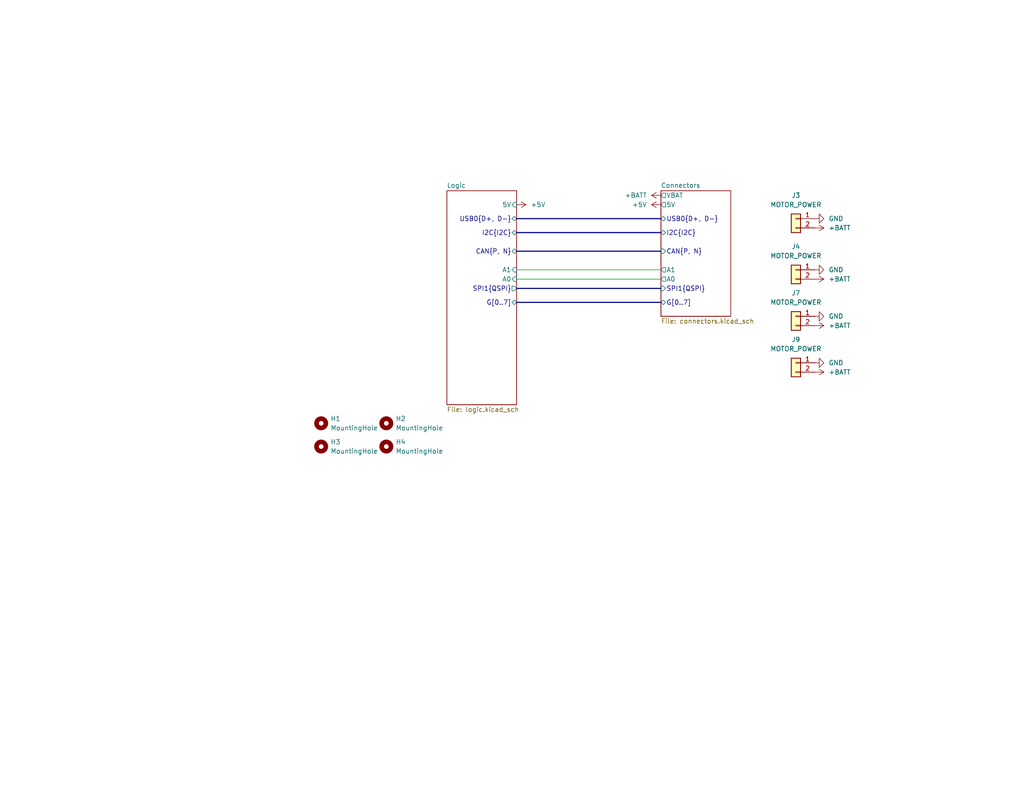
<source format=kicad_sch>
(kicad_sch (version 20250114) (generator "eeschema") (generator_version "9.0")
  (paper "USLetter")
  (title_block (rev "1") (comment 1 "Design for JLCPCB 1-2 Layer Service"))
  (lib_symbols
    (symbol "Connector_Generic:Conn_01x02" (pin_names (offset 1.016) (hide yes))
      (property "Reference" "J" (at 0 2.54 0))
      (property "Value" "Conn_01x02" (at 0 -5.08 0))
      (symbol "Conn_01x02_1_1"
        (rectangle (start -1.27 1.27) (end 1.27 -3.81) (stroke (width 0.254)) (fill (type background)))
        (rectangle (start -1.27 0.127) (end 0 -0.127) (stroke (width 0.1524)))
        (rectangle (start -1.27 -2.413) (end 0 -2.667) (stroke (width 0.1524)))
        (pin passive line (at -5.08 0 0) (length 3.81) (name "Pin_1") (number "1"))
        (pin passive line (at -5.08 -2.54 0) (length 3.81) (name "Pin_2") (number "2"))
      )
    )
    (symbol "Mechanical:MountingHole" (pin_names (offset 1.016)) (exclude_from_sim yes) (in_bom no)
      (property "Reference" "H" (at 0 5.08 0))
      (property "Value" "MountingHole" (at 0 3.175 0))
      (symbol "MountingHole_0_1"
        (circle (center 0 0) (radius 1.27) (stroke (width 1.27)))
      )
    )
    (symbol "power:+5V" (power) (pin_numbers (hide yes)) (pin_names (offset 0) (hide yes))
      (property "Value" "+5V" (at 0 3.556 0))
      (symbol "+5V_0_1"
        (polyline (pts (xy -0.762 1.27) (xy 0 2.54)))
        (polyline (pts (xy 0 2.54) (xy 0.762 1.27)))
        (polyline (pts (xy 0 0) (xy 0 2.54)))
      )
      (symbol "+5V_1_1"
        (pin power_in line (at 0 0 90) (length 0) (name "~") (number "1"))
      )
    )
    (symbol "power:+BATT" (power) (pin_numbers (hide yes)) (pin_names (offset 0) (hide yes))
      (property "Value" "+BATT" (at 0 3.556 0))
      (symbol "+BATT_0_1"
        (polyline (pts (xy -0.762 1.27) (xy 0 2.54)))
        (polyline (pts (xy 0 2.54) (xy 0.762 1.27)))
        (polyline (pts (xy 0 0) (xy 0 2.54)))
      )
      (symbol "+BATT_1_1"
        (pin power_in line (at 0 0 90) (length 0) (name "~") (number "1"))
      )
    )
    (symbol "power:GND" (power) (pin_numbers (hide yes)) (pin_names (offset 0) (hide yes))
      (property "Value" "GND" (at 0 -3.81 0))
      (symbol "GND_0_1"
        (polyline (pts (xy 0 0) (xy 0 -1.27) (xy 1.27 -1.27) (xy 0 -2.54) (xy -1.27 -1.27) (xy 0 -1.27)))
      )
      (symbol "GND_1_1"
        (pin power_in line (at 0 0 270) (length 0) (name "~") (number "1"))
      )
    )
  )
  (bus (pts (xy 140.97 59.69) (xy 180.34 59.69)))
  (wire (pts (xy 140.97 76.2) (xy 180.34 76.2)))
  (bus (pts (xy 140.97 82.55) (xy 180.34 82.55)))
  (bus (pts (xy 140.97 78.74) (xy 180.34 78.74)))
  (bus (pts (xy 140.97 68.58) (xy 180.34 68.58)))
  (wire (pts (xy 140.97 73.66) (xy 180.34 73.66)))
  (bus (pts (xy 140.97 63.5) (xy 180.34 63.5)))
  (symbol (lib_id "Connector_Generic:Conn_01x02") (at 217.17 59.69 0) (mirror y) (unit 1)
    (property "Reference" "J3" (at 217.17 53.34 0))
    (property "Value" "MOTOR_POWER" (at 217.17 55.88 0))
    (property "Footprint" "Connector_AMASS:AMASS_XT30PW-M_1x02_P2.50mm_Horizontal" (effects (hide yes)))
    (property "Description" "Generic connector, single row, 01x02, script generated (kicad-library-utils/schlib/autogen/connector/)" (effects (hide yes)))
  )
  (symbol (lib_id "power:GND") (at 222.25 73.66 90) (unit 1)
    (property "Reference" "#PWR014" (effects (hide yes)))
    (property "Value" "GND" (at 226.06 73.6599 90) (effects (justify right)))
    (property "Description" "Power symbol creates a global label with name \"GND\" , ground" (effects (hide yes)))
  )
  (symbol (lib_id "Connector_Generic:Conn_01x02") (at 217.17 86.36 0) (mirror y) (unit 1)
    (property "Reference" "J7" (at 217.17 80.01 0))
    (property "Value" "MOTOR_POWER" (at 217.17 82.55 0))
    (property "Footprint" "Connector_AMASS:AMASS_XT30PW-M_1x02_P2.50mm_Horizontal" (effects (hide yes)))
    (property "Description" "Generic connector, single row, 01x02, script generated (kicad-library-utils/schlib/autogen/connector/)" (effects (hide yes)))
  )
  (symbol (lib_id "power:+5V") (at 180.34 55.88 90) (mirror x) (unit 1)
    (property "Reference" "#PWR027" (effects (hide yes)))
    (property "Value" "+5V" (at 176.53 55.8799 90) (effects (justify left)))
    (property "Description" "Power symbol creates a global label with name \"+5V\"" (effects (hide yes)))
  )
  (symbol (lib_id "Mechanical:MountingHole") (at 105.41 115.57 0) (unit 1) (exclude_from_sim yes) (in_bom no)
    (property "Reference" "H2" (at 107.95 114.2999 0) (effects (justify left)))
    (property "Value" "MountingHole" (at 107.95 116.8399 0) (effects (justify left)))
    (property "Footprint" "MountingHole:MountingHole_3.2mm_M3" (effects (hide yes)))
    (property "Description" "Mounting Hole without connection" (effects (hide yes)))
  )
  (symbol (lib_id "power:+BATT") (at 222.25 88.9 270) (mirror x) (unit 1)
    (property "Reference" "#PWR023" (effects (hide yes)))
    (property "Value" "+BATT" (at 226.06 88.8999 90) (effects (justify left)))
    (property "Description" "Power symbol creates a global label with name \"+BATT\"" (effects (hide yes)))
  )
  (symbol (lib_id "power:+BATT") (at 180.34 53.34 90) (mirror x) (unit 1)
    (property "Reference" "#PWR026" (effects (hide yes)))
    (property "Value" "+BATT" (at 176.53 53.3399 90) (effects (justify left)))
    (property "Description" "Power symbol creates a global label with name \"+BATT\"" (effects (hide yes)))
  )
  (symbol (lib_id "power:+BATT") (at 222.25 76.2 270) (mirror x) (unit 1)
    (property "Reference" "#PWR024" (effects (hide yes)))
    (property "Value" "+BATT" (at 226.06 76.1999 90) (effects (justify left)))
    (property "Description" "Power symbol creates a global label with name \"+BATT\"" (effects (hide yes)))
  )
  (symbol (lib_id "power:+BATT") (at 222.25 101.6 270) (mirror x) (unit 1)
    (property "Reference" "#PWR022" (effects (hide yes)))
    (property "Value" "+BATT" (at 226.06 101.5999 90) (effects (justify left)))
    (property "Description" "Power symbol creates a global label with name \"+BATT\"" (effects (hide yes)))
  )
  (symbol (lib_id "power:+5V") (at 140.97 55.88 270) (unit 1)
    (property "Reference" "#PWR028" (effects (hide yes)))
    (property "Value" "+5V" (at 144.78 55.8799 90) (effects (justify left)))
    (property "Description" "Power symbol creates a global label with name \"+5V\"" (effects (hide yes)))
  )
  (symbol (lib_id "Mechanical:MountingHole") (at 87.63 121.92 0) (unit 1) (exclude_from_sim yes) (in_bom no)
    (property "Reference" "H3" (at 90.17 120.6499 0) (effects (justify left)))
    (property "Value" "MountingHole" (at 90.17 123.1899 0) (effects (justify left)))
    (property "Footprint" "MountingHole:MountingHole_3.2mm_M3" (effects (hide yes)))
    (property "Description" "Mounting Hole without connection" (effects (hide yes)))
  )
  (symbol (lib_id "Connector_Generic:Conn_01x02") (at 217.17 99.06 0) (mirror y) (unit 1)
    (property "Reference" "J9" (at 217.17 92.71 0))
    (property "Value" "MOTOR_POWER" (at 217.17 95.25 0))
    (property "Footprint" "Connector_AMASS:AMASS_XT30PW-M_1x02_P2.50mm_Horizontal" (effects (hide yes)))
    (property "Description" "Generic connector, single row, 01x02, script generated (kicad-library-utils/schlib/autogen/connector/)" (effects (hide yes)))
  )
  (symbol (lib_id "power:GND") (at 222.25 59.69 90) (unit 1)
    (property "Reference" "#PWR013" (effects (hide yes)))
    (property "Value" "GND" (at 226.06 59.6899 90) (effects (justify right)))
    (property "Description" "Power symbol creates a global label with name \"GND\" , ground" (effects (hide yes)))
  )
  (symbol (lib_id "Mechanical:MountingHole") (at 87.63 115.57 0) (unit 1) (exclude_from_sim yes) (in_bom no)
    (property "Reference" "H1" (at 90.17 114.2999 0) (effects (justify left)))
    (property "Value" "MountingHole" (at 90.17 116.8399 0) (effects (justify left)))
    (property "Footprint" "MountingHole:MountingHole_3.2mm_M3" (effects (hide yes)))
    (property "Description" "Mounting Hole without connection" (effects (hide yes)))
  )
  (symbol (lib_id "power:GND") (at 222.25 86.36 90) (unit 1)
    (property "Reference" "#PWR019" (effects (hide yes)))
    (property "Value" "GND" (at 226.06 86.3599 90) (effects (justify right)))
    (property "Description" "Power symbol creates a global label with name \"GND\" , ground" (effects (hide yes)))
  )
  (symbol (lib_id "power:GND") (at 222.25 99.06 90) (unit 1)
    (property "Reference" "#PWR020" (effects (hide yes)))
    (property "Value" "GND" (at 226.06 99.0599 90) (effects (justify right)))
    (property "Description" "Power symbol creates a global label with name \"GND\" , ground" (effects (hide yes)))
  )
  (symbol (lib_id "Mechanical:MountingHole") (at 105.41 121.92 0) (unit 1) (exclude_from_sim yes) (in_bom no)
    (property "Reference" "H4" (at 107.95 120.6499 0) (effects (justify left)))
    (property "Value" "MountingHole" (at 107.95 123.1899 0) (effects (justify left)))
    (property "Footprint" "MountingHole:MountingHole_3.2mm_M3" (effects (hide yes)))
    (property "Description" "Mounting Hole without connection" (effects (hide yes)))
  )
  (symbol (lib_id "power:+BATT") (at 222.25 62.23 270) (mirror x) (unit 1)
    (property "Reference" "#PWR029" (effects (hide yes)))
    (property "Value" "+BATT" (at 226.06 62.2299 90) (effects (justify left)))
    (property "Description" "Power symbol creates a global label with name \"+BATT\"" (effects (hide yes)))
  )
  (symbol (lib_id "Connector_Generic:Conn_01x02") (at 217.17 73.66 0) (mirror y) (unit 1)
    (property "Reference" "J4" (at 217.17 67.31 0))
    (property "Value" "MOTOR_POWER" (at 217.17 69.85 0))
    (property "Footprint" "Connector_AMASS:AMASS_XT30PW-M_1x02_P2.50mm_Horizontal" (effects (hide yes)))
    (property "Description" "Generic connector, single row, 01x02, script generated (kicad-library-utils/schlib/autogen/connector/)" (effects (hide yes)))
  )
  (sheet (at 121.92 52.07) (size 19.05 58.42) (stroke (width 0.1524))
    (property "Sheetname" "Logic" (at 121.92 51.3584 0) (effects (justify left bottom)))
    (property "Sheetfile" "logic.kicad_sch" (at 121.92 111.0746 0) (effects (justify left top)))
    (pin "USB0{D+, D-}" bidirectional (at 140.97 59.69 0))
    (pin "5V" input (at 140.97 55.88 0))
    (pin "A1" input (at 140.97 73.66 0))
    (pin "A0" input (at 140.97 76.2 0))
    (pin "SPI1{QSPI}" output (at 140.97 78.74 0))
    (pin "CAN{P, N}" bidirectional (at 140.97 68.58 0))
    (pin "G[0..7]" bidirectional (at 140.97 82.55 0))
    (pin "I2C{I2C}" bidirectional (at 140.97 63.5 0))
  )
  (sheet (at 180.34 52.07) (size 19.05 34.29) (stroke (width 0.1524))
    (property "Sheetname" "Connectors" (at 180.34 51.3584 0) (effects (justify left bottom)))
    (property "Sheetfile" "connectors.kicad_sch" (at 180.34 86.9446 0) (effects (justify left top)))
    (pin "USB0{D+, D-}" bidirectional (at 180.34 59.69 180))
    (pin "5V" output (at 180.34 55.88 180))
    (pin "VBAT" output (at 180.34 53.34 180))
    (pin "A1" output (at 180.34 73.66 180))
    (pin "A0" output (at 180.34 76.2 180))
    (pin "SPI1{QSPI}" input (at 180.34 78.74 180))
    (pin "CAN{P, N}" input (at 180.34 68.58 180))
    (pin "G[0..7]" bidirectional (at 180.34 82.55 180))
    (pin "I2C{I2C}" bidirectional (at 180.34 63.5 180))
  )
)
</source>
